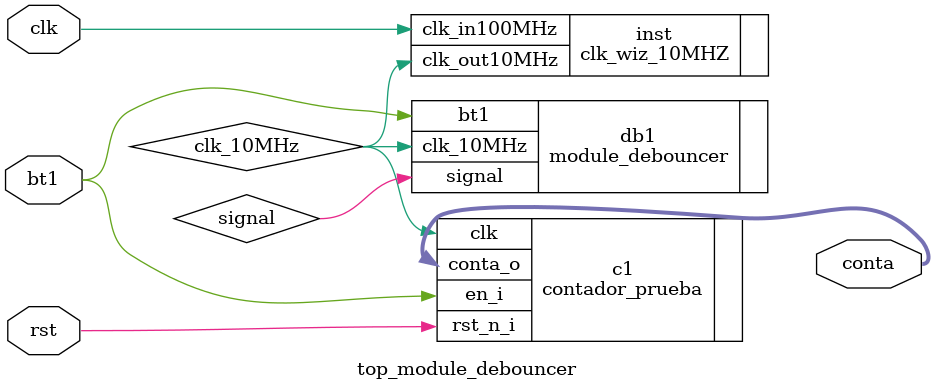
<source format=sv>
`timescale 1ns / 1ps


module top_module_debouncer(
    input    logic             clk,
    input    logic             bt1,
    input    logic             rst,
    output   logic    [7:0]    conta
                         
    );
    
  logic clk_10MHz;
  logic signal;
  logic clk_slw;
  
  module_debouncer db1(
      .clk_10MHz    (clk_10MHz),
      .bt1          (bt1),
      .signal       (signal)      
      );
  
  contador_prueba c1(
      .clk        (clk_10MHz),
      .rst_n_i    (rst),
      .en_i       (bt1),
      .conta_o    (conta)  
      );
    
  clk_wiz_10MHZ inst
  (
  // Clock out ports  
  .clk_out10MHz(clk_10MHz),
 // Clock in ports
  .clk_in100MHz(clk)
  );
  
 
endmodule 

</source>
